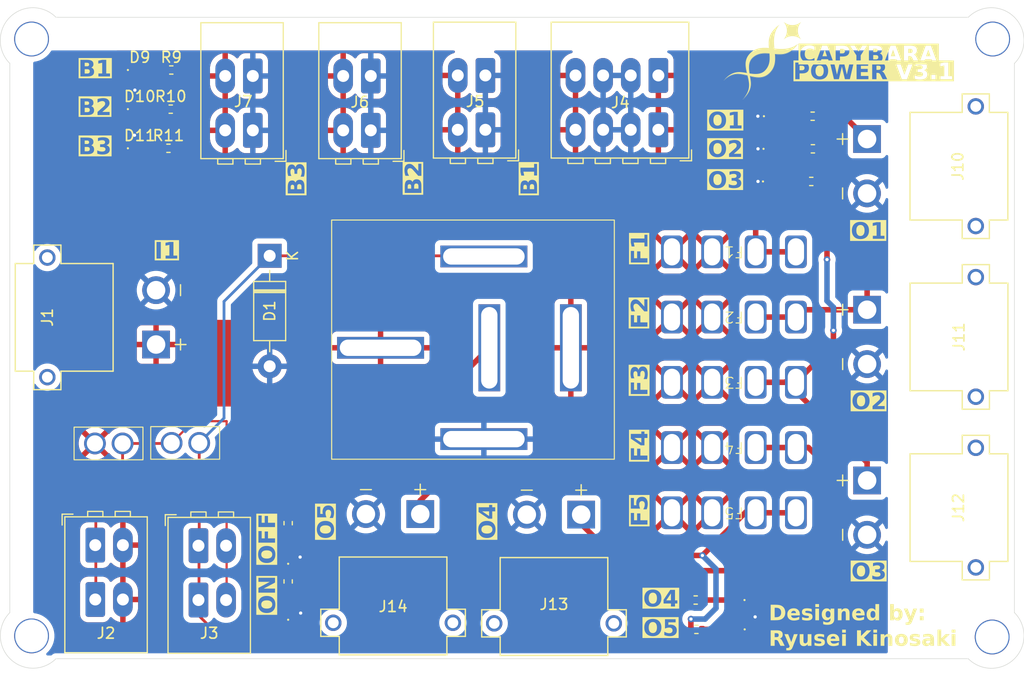
<source format=kicad_pcb>
(kicad_pcb (version 20241229) (generator "pcbnew") (generator_version "9.0")
  (layers (0 "F.Cu" signal) (2 "B.Cu" signal) (13 "F.Paste" user) (15 "B.Paste" user) (5 "F.SilkS" user "F.Silkscreen") (7 "B.SilkS" user "B.Silkscreen") (1 "F.Mask" user) (3 "B.Mask" user) (25 "Edge.Cuts" user))
  (net 0 "")
  (net 1 "GND")
  (net 2 "Net-(D2-A)")
  (net 3 "Net-(D3-A)")
  (net 4 "Net-(D4-A)")
  (net 5 "Net-(D5-A)")
  (net 6 "Net-(D6-A)")
  (net 7 "Net-(D7-A)")
  (net 8 "Net-(D8-A)")
  (net 9 "Net-(D9-A)")
  (net 10 "Net-(D10-A)")
  (net 11 "Net-(D11-A)")
  (net 12 "/VOut1")
  (net 13 "VIn")
  (net 14 "VCC")
  (net 15 "/85")
  (net 16 "/87a")
  (net 17 "Net-(J2-Pad1)")
  (net 18 "/VOut2")
  (net 19 "/VOut3")
  (net 20 "/VOut4")
  (net 21 "/VOut5")
  (net 22 "/VOut")
  (footprint "TerminalBlock_WAGO:TerminalBlock_WAGO_233-502_2x02_P2.54mm" (layer "F.Cu") (at 90.45 50.9 180)
    (property "Reference" "J6" (at 1.01 2.6 0) (layer "F.SilkS"))
    (property "Value" "~")
    (pad "1" thru_hole roundrect (at 0 0 180) (size 1.8 3.2) (drill 1.1) (layers "*.Cu" "*.Mask") (roundrect_rratio 0.1388888889) (net 1 "GND"))
    (pad "1" thru_hole roundrect (at 0 5 180) (size 1.8 3.2) (drill 1.1) (layers "*.Cu" "*.Mask") (roundrect_rratio 0.1388888889) (net 1 "GND"))
    (pad "2" thru_hole oval (at 2.54 0 180) (size 1.8 3.2) (drill 1.1) (layers "*.Cu" "*.Mask") (net 14 "VCC"))
    (pad "2" thru_hole oval (at 2.54 5 180) (size 1.8 3.2) (drill 1.1) (layers "*.Cu" "*.Mask") (net 14 "VCC"))
  )
  (footprint "CapyPower_Footprints:CB-12V" (layer "F.Cu") (at 101.85 81.15)
    (property "Reference" "R1" (hide yes))
    (property "Value" "~")
    (pad "1" thru_hole rect (at -10.5 -10.25) (size 8 2) (drill oval 7.5 1.5) (layers "*.Cu" "*.Mask") (net 13 "VIn"))
    (pad "2" thru_hole rect (at -1 -18.65) (size 8 2) (drill oval 7.5 1.5) (layers "*.Cu" "*.Mask") (net 15 "/85"))
    (pad "3" thru_hole rect (at -1 -1.85) (size 8 2) (drill oval 7.5 1.5) (layers "*.Cu" "*.Mask") (net 1 "GND"))
    (pad "4" thru_hole rect (at -0.5 -10.25 90) (size 8 2) (drill oval 7.5 1.5) (layers "*.Cu" "*.Mask") (net 16 "/87a"))
    (pad "5" thru_hole rect (at 7 -10.25 90) (size 8 2) (drill oval 7.5 1.5) (layers "*.Cu" "*.Mask") (net 14 "VCC"))
  )
  (footprint "LED_SMD:LED_0402_1005Metric" (layer "F.Cu") (at 82.85 89.675 90)
    (property "Reference" "D3" (hide yes))
    (property "Value" "LED")
    (pad "1" smd roundrect (at -0.485 0 90) (size 0.59 0.64) (layers "F.Cu" "F.Mask" "F.Paste") (net 1 "GND"))
    (pad "2" smd roundrect (at 0.485 0 90) (size 0.59 0.64) (layers "F.Cu" "F.Mask" "F.Paste") (net 3 "Net-(D3-A)"))
  )
  (footprint "Resistor_SMD:R_0402_1005Metric" (layer "F.Cu") (at 120.4 96.8 180)
    (property "Reference" "R8" (hide yes))
    (property "Value" "270R")
    (pad "1" smd roundrect (at -0.51 0 180) (size 0.54 0.64) (layers "F.Cu" "F.Mask" "F.Paste") (net 8 "Net-(D8-A)"))
    (pad "2" smd roundrect (at 0.51 0 180) (size 0.54 0.64) (layers "F.Cu" "F.Mask" "F.Paste") (net 21 "/VOut5"))
  )
  (footprint "CapyPower_Footprints:Mini Blade Holder" (layer "F.Cu") (at 125.85 62.075 180)
    (property "Reference" "F1" (at 2 0 180) (layer "F.SilkS") (effects (font (thickness 0.1))))
    (property "Value" "Fuse")
    (pad "1" thru_hole roundrect (at -3.7 0 180) (size 2 3) (drill oval 1.5 2.5) (layers "*.Cu" "*.Mask") (roundrect_rratio 0.1968503937) (net 12 "/VOut1"))
    (pad "2" thru_hole roundrect (at 0 0 180) (size 2 3) (drill oval 1.5 2.5) (layers "*.Cu" "*.Mask") (roundrect_rratio 0.1968503937) (net 12 "/VOut1"))
    (pad "3" thru_hole roundrect (at 4 0 180) (size 2 3) (drill oval 1.5 2.5) (layers "*.Cu" "*.Mask") (roundrect_rratio 0.1968503937) (net 22 "/VOut"))
    (pad "4" thru_hole roundrect (at 7.7 0 180) (size 2 3) (drill oval 1.5 2.5) (layers "*.Cu" "*.Mask") (roundrect_rratio 0.1968503937) (net 22 "/VOut"))
  )
  (footprint "Diode_THT:D_DO-41_SOD81_P10.16mm_Horizontal" (layer "F.Cu") (at 81.15 62.44 -90)
    (property "Reference" "D1" (at 5.08 0 90) (layer "F.SilkS"))
    (property "Value" "1N4007")
    (fp_text user "K" (at 0 -2.1 90) (layer "F.SilkS"))
    (pad "1" thru_hole rect (at 0 0 270) (size 2.2 2.2) (drill 1.1) (layers "*.Cu" "*.Mask") (net 15 "/85"))
    (pad "2" thru_hole oval (at 10.16 0 270) (size 2.2 2.2) (drill 1.1) (layers "*.Cu" "*.Mask") (net 1 "GND"))
  )
  (footprint "CapyPower_Footprints:Mini Blade Holder" (layer "F.Cu") (at 125.85 80.075 180)
    (property "Reference" "F4" (at 2 0 180) (layer "F.SilkS") (effects (font (thickness 0.1))))
    (property "Value" "Fuse")
    (pad "1" thru_hole roundrect (at -3.7 0 180) (size 2 3) (drill oval 1.5 2.5) (layers "*.Cu" "*.Mask") (roundrect_rratio 0.1968503937) (net 20 "/VOut4"))
    (pad "2" thru_hole roundrect (at 0 0 180) (size 2 3) (drill oval 1.5 2.5) (layers "*.Cu" "*.Mask") (roundrect_rratio 0.1968503937) (net 20 "/VOut4"))
    (pad "3" thru_hole roundrect (at 4 0 180) (size 2 3) (drill oval 1.5 2.5) (layers "*.Cu" "*.Mask") (roundrect_rratio 0.1968503937) (net 22 "/VOut"))
    (pad "4" thru_hole roundrect (at 7.7 0 180) (size 2 3) (drill oval 1.5 2.5) (layers "*.Cu" "*.Mask") (roundrect_rratio 0.1968503937) (net 22 "/VOut"))
  )
  (footprint "LED_SMD:LED_0402_1005Metric" (layer "F.Cu") (at 127.6125 55.6)
    (property "Reference" "D6" (hide yes))
    (property "Value" "LED")
    (pad "1" smd roundrect (at -0.485 0) (size 0.59 0.64) (layers "F.Cu" "F.Mask" "F.Paste") (net 1 "GND"))
    (pad "2" smd roundrect (at 0.485 0) (size 0.59 0.64) (layers "F.Cu" "F.Mask" "F.Paste") (net 6 "Net-(D6-A)"))
  )
  (footprint "Resistor_SMD:R_0402_1005Metric" (layer "F.Cu") (at 82.85 92.39 -90)
    (property "Reference" "R2" (hide yes))
    (property "Value" "470R")
    (pad "1" smd roundrect (at -0.51 0 270) (size 0.54 0.64) (layers "F.Cu" "F.Mask" "F.Paste") (net 15 "/85"))
    (pad "2" smd roundrect (at 0.51 0 270) (size 0.54 0.64) (layers "F.Cu" "F.Mask" "F.Paste") (net 2 "Net-(D2-A)"))
  )
  (footprint "Resistor_SMD:R_0402_1005Metric" (layer "F.Cu") (at 130.9625 55.6)
    (property "Reference" "R6" (hide yes))
    (property "Value" "270R")
    (pad "1" smd roundrect (at -0.51 0) (size 0.54 0.64) (layers "F.Cu" "F.Mask" "F.Paste") (net 6 "Net-(D6-A)"))
    (pad "2" smd roundrect (at 0.51 0) (size 0.54 0.64) (layers "F.Cu" "F.Mask" "F.Paste") (net 19 "/VOut3"))
  )
  (footprint "TerminalBlock_WAGO:TerminalBlock_WAGO_233-502_2x02_P2.54mm" (layer "F.Cu") (at 79.6 50.9 180)
    (property "Reference" "J7" (at 0.88 2.65 0) (layer "F.SilkS"))
    (property "Value" "~")
    (pad "1" thru_hole roundrect (at 0 0 180) (size 1.8 3.2) (drill 1.1) (layers "*.Cu" "*.Mask") (roundrect_rratio 0.1388888889) (net 1 "GND"))
    (pad "1" thru_hole roundrect (at 0 5 180) (size 1.8 3.2) (drill 1.1) (layers "*.Cu" "*.Mask") (roundrect_rratio 0.1388888889) (net 1 "GND"))
    (pad "2" thru_hole oval (at 2.54 0 180) (size 1.8 3.2) (drill 1.1) (layers "*.Cu" "*.Mask") (net 14 "VCC"))
    (pad "2" thru_hole oval (at 2.54 5 180) (size 1.8 3.2) (drill 1.1) (layers "*.Cu" "*.Mask") (net 14 "VCC"))
  )
  (footprint "CapyPower_Footprints:AMASS_XT30PW-M" (layer "F.Cu") (at 60.7 68.1 90)
    (property "Reference" "J1" (at 0 0 270) (layer "F.SilkS"))
    (property "Value" "XT30PW-M")
    (pad "N" thru_hole circle (at 2.5 10 90) (size 2.55 2.55) (drill 1.7) (layers "*.Cu" "*.Mask") (net 1 "GND"))
    (pad "P" thru_hole rect (at -2.5 10 90) (size 2.55 2.55) (drill 1.7) (layers "*.Cu" "*.Mask") (net 13 "VIn"))
    (pad "S1" thru_hole circle (at 5.5 0 90) (size 1.508 1.508) (drill 1) (layers "*.Cu" "*.Mask"))
    (pad "S2" thru_hole circle (at -5.5 0 90) (size 1.508 1.508) (drill 1) (layers "*.Cu" "*.Mask"))
  )
  (footprint "LED_SMD:LED_0402_1005Metric" (layer "F.Cu") (at 82.85 94.8225 90)
    (property "Reference" "D2" (hide yes))
    (property "Value" "LED")
    (pad "1" smd roundrect (at -0.485 0 90) (size 0.59 0.64) (layers "F.Cu" "F.Mask" "F.Paste") (net 1 "GND"))
    (pad "2" smd roundrect (at 0.485 0 90) (size 0.59 0.64) (layers "F.Cu" "F.Mask" "F.Paste") (net 2 "Net-(D2-A)"))
  )
  (footprint "CapyPower_Footprints:IPRL_Helix_14mm" (layer "F.Cu") (at 126.45 44.5)
    (property "Reference" "G***" (hide yes))
    (property "Value" "LOGO" (hide yes))
  )
  (footprint "TerminalBlock_WAGO:TerminalBlock_WAGO_233-502_2x02_P2.54mm" (layer "F.Cu") (at 65.11 89.05)
    (property "Reference" "J2" (at 0.99 8.1 0) (layer "F.SilkS"))
    (property "Value" "~")
    (pad "1" thru_hole roundrect (at 0 0) (size 1.8 3.2) (drill 1.1) (layers "*.Cu" "*.Mask") (roundrect_rratio 0.1388888889) (net 17 "Net-(J2-Pad1)"))
    (pad "1" thru_hole roundrect (at 0 5) (size 1.8 3.2) (drill 1.1) (layers "*.Cu" "*.Mask") (roundrect_rratio 0.1388888889) (net 17 "Net-(J2-Pad1)"))
    (pad "2" thru_hole oval (at 2.54 0) (size 1.8 3.2) (drill 1.1) (layers "*.Cu" "*.Mask") (net 13 "VIn"))
    (pad "2" thru_hole oval (at 2.54 5) (size 1.8 3.2) (drill 1.1) (layers "*.Cu" "*.Mask") (net 13 "VIn"))
  )
  (footprint "CapyPower_Footprints:AMASS_XT30PW-M" (layer "F.Cu") (at 146.1 69.9 -90)
    (property "Reference" "J11" (at 0 1.55 90) (layer "F.SilkS"))
    (property "Value" "XT30PW-M")
    (pad "N" thru_hole circle (at 2.5 10 270) (size 2.55 2.55) (drill 1.7) (layers "*.Cu" "*.Mask") (net 1 "GND"))
    (pad "P" thru_hole rect (at -2.5 10 270) (size 2.55 2.55) (drill 1.7) (layers "*.Cu" "*.Mask") (net 18 "/VOut2"))
    (pad "S1" thru_hole circle (at 5.5 0 270) (size 1.508 1.508) (drill 1) (layers "*.Cu" "*.Mask"))
    (pad "S2" thru_hole circle (at -5.5 0 270) (size 1.508 1.508) (drill 1) (layers "*.Cu" "*.Mask"))
  )
  (footprint "LED_SMD:LED_0402_1005Metric" (layer "F.Cu") (at 123.7325 94.1 180)
    (property "Reference" "D7" (hide yes))
    (property "Value" "LED")
    (pad "1" smd roundrect (at -0.485 0 180) (size 0.59 0.64) (layers "F.Cu" "F.Mask" "F.Paste") (net 1 "GND"))
    (pad "2" smd roundrect (at 0.485 0 180) (size 0.59 0.64) (layers "F.Cu" "F.Mask" "F.Paste") (net 7 "Net-(D7-A)"))
  )
  (footprint "LED_SMD:LED_0402_1005Metric" (layer "F.Cu") (at 69.2 45.35)
    (property "Reference" "D9" (at 0 -1.17 0) (layer "F.SilkS"))
    (property "Value" "LED")
    (pad "1" smd roundrect (at -0.485 0) (size 0.59 0.64) (layers "F.Cu" "F.Mask" "F.Paste") (net 1 "GND"))
    (pad "2" smd roundrect (at 0.485 0) (size 0.59 0.64) (layers "F.Cu" "F.Mask" "F.Paste") (net 9 "Net-(D9-A)"))
  )
  (footprint "TerminalBlock_WAGO:TerminalBlock_WAGO_233-502_2x02_P2.54mm" (layer "F.Cu") (at 100.99 50.85 180)
    (property "Reference" "J5" (at 0.94 2.6 0) (layer "F.SilkS"))
    (property "Value" "~")
    (pad "1" thru_hole roundrect (at 0 0 180) (size 1.8 3.2) (drill 1.1) (layers "*.Cu" "*.Mask") (roundrect_rratio 0.1388888889) (net 1 "GND"))
    (pad "1" thru_hole roundrect (at 0 5 180) (size 1.8 3.2) (drill 1.1) (layers "*.Cu" "*.Mask") (roundrect_rratio 0.1388888889) (net 1 "GND"))
    (pad "2" thru_hole oval (at 2.54 0 180) (size 1.8 3.2) (drill 1.1) (layers "*.Cu" "*.Mask") (net 14 "VCC"))
    (pad "2" thru_hole oval (at 2.54 5 180) (size 1.8 3.2) (drill 1.1) (layers "*.Cu" "*.Mask") (net 14 "VCC"))
  )
  (footprint "Resistor_SMD:R_0402_1005Metric" (layer "F.Cu") (at 120.3325 94.1 180)
    (property "Reference" "R7" (hide yes))
    (property "Value" "270R")
    (pad "1" smd roundrect (at -0.51 0 180) (size 0.54 0.64) (layers "F.Cu" "F.Mask" "F.Paste") (net 7 "Net-(D7-A)"))
    (pad "2" smd roundrect (at 0.51 0 180) (size 0.54 0.64) (layers "F.Cu" "F.Mask" "F.Paste") (net 20 "/VOut4"))
  )
  (footprint "Resistor_SMD:R_0402_1005Metric" (layer "F.Cu") (at 82.85 87.03 -90)
    (property "Reference" "R3" (hide yes))
    (property "Value" "600R")
    (pad "1" smd roundrect (at -0.51 0 270) (size 0.54 0.64) (layers "F.Cu" "F.Mask" "F.Paste") (net 16 "/87a"))
    (pad "2" smd roundrect (at 0.51 0 270) (size 0.54 0.64) (layers "F.Cu" "F.Mask" "F.Paste") (net 3 "Net-(D3-A)"))
  )
  (footprint "TerminalBlock_WAGO:TerminalBlock_WAGO_233-502_2x02_P2.54mm" (layer "F.Cu") (at 74.6 89.1)
    (property "Reference" "J3" (at 0.99 8.05 0) (layer "F.SilkS"))
    (property "Value" "~")
    (pad "1" thru_hole roundrect (at 0 0) (size 1.8 3.2) (drill 1.1) (layers "*.Cu" "*.Mask") (roundrect_rratio 0.1388888889) (net 15 "/85"))
    (pad "1" thru_hole roundrect (at 0 5) (size 1.8 3.2) (drill 1.1) (layers "*.Cu" "*.Mask") (roundrect_rratio 0.1388888889) (net 15 "/85"))
    (pad "2" thru_hole oval (at 2.54 0) (size 1.8 3.2) (drill 1.1) (layers "*.Cu" "*.Mask") (net 17 "Net-(J2-Pad1)"))
    (pad "2" thru_hole oval (at 2.54 5) (size 1.8 3.2) (drill 1.1) (layers "*.Cu" "*.Mask") (net 17 "Net-(J2-Pad1)"))
  )
  (footprint "Resistor_SMD:R_0402_1005Metric" (layer "F.Cu") (at 131.1125 52.6)
    (property "Reference" "R5" (hide yes))
    (property "Value" "270R")
    (pad "1" smd roundrect (at -0.51 0) (size 0.54 0.64) (layers "F.Cu" "F.Mask" "F.Paste") (net 5 "Net-(D5-A)"))
    (pad "2" smd roundrect (at 0.51 0) (size 0.54 0.64) (layers "F.Cu" "F.Mask" "F.Paste") (net 18 "/VOut2"))
  )
  (footprint "CapyPower_Footprints:AMASS_XT30PW-M" (layer "F.Cu") (at 92.5 96.19425 180)
    (property "Reference" "J14" (at 0 1.49425 0) (layer "F.SilkS"))
    (property "Value" "XT30PW-M")
    (pad "N" thru_hole circle (at 2.5 10 180) (size 2.55 2.55) (drill 1.7) (layers "*.Cu" "*.Mask") (net 1 "GND"))
    (pad "P" thru_hole rect (at -2.5 10 180) (size 2.55 2.55) (drill 1.7) (layers "*.Cu" "*.Mask") (net 21 "/VOut5"))
    (pad "S1" thru_hole circle (at 5.5 0 180) (size 1.508 1.508) (drill 1) (layers "*.Cu" "*.Mask"))
    (pad "S2" thru_hole circle (at -5.5 0 180) (size 1.508 1.508) (drill 1) (layers "*.Cu" "*.Mask"))
  )
  (footprint "CapyPower_Footprints:MalePin_2.54_2P" (layer "F.Cu") (at 69.54 84.2 90)
    (property "Reference" "T2" (hide yes))
    (property "Value" "~" (hide yes))
    (pad "1" thru_hole circle (at 4.5 -1.92 90) (size 2 2) (drill 1.5) (layers "*.Cu" "*.Mask") (net 17 "Net-(J2-Pad1)"))
    (pad "2" thru_hole circle (at 4.5 -4.46 90) (size 2 2) (drill 1.5) (layers "*.Cu" "*.Mask") (net 13 "VIn"))
  )
  (footprint "LED_SMD:LED_0402_1005Metric" (layer "F.Cu") (at 127.6625 52.6)
    (property "Reference" "D5" (hide yes))
    (property "Value" "LED")
    (pad "1" smd roundrect (at -0.485 0) (size 0.59 0.64) (layers "F.Cu" "F.Mask" "F.Paste") (net 1 "GND"))
    (pad "2" smd roundrect (at 0.485 0) (size 0.59 0.64) (layers "F.Cu" "F.Mask" "F.Paste") (net 5 "Net-(D5-A)"))
  )
  (footprint "LED_SMD:LED_0402_1005Metric" (layer "F.Cu") (at 69.2 52.55)
    (property "Reference" "D11" (at 0 -1.17 0) (layer "F.SilkS"))
    (property "Value" "LED")
    (pad "1" smd roundrect (at -0.485 0) (size 0.59 0.64) (layers "F.Cu" "F.Mask" "F.Paste") (net 1 "GND"))
    (pad "2" smd roundrect (at 0.485 0) (size 0.59 0.64) (layers "F.Cu" "F.Mask" "F.Paste") (net 11 "Net-(D11-A)"))
  )
  (footprint "Resistor_SMD:R_0402_1005Metric" (layer "F.Cu") (at 131.09 49.6 180)
    (property "Reference" "R4" (hide yes))
    (property "Value" "270R")
    (pad "1" smd roundrect (at -0.51 0 180) (size 0.54 0.64) (layers "F.Cu" "F.Mask" "F.Paste") (net 12 "/VOut1"))
    (pad "2" smd roundrect (at 0.51 0 180) (size 0.54 0.64) (layers "F.Cu" "F.Mask" "F.Paste") (net 4 "Net-(D4-A)"))
  )
  (footprint "CapyPower_Footprints:MalePin_2.54_2P" (layer "F.Cu") (at 76.59 84.15 90)
    (property "Reference" "T1" (hide yes))
    (property "Value" "~" (hide yes))
    (pad "1" thru_hole circle (at 4.5 -1.92 90) (size 2 2) (drill 1.5) (layers "*.Cu" "*.Mask") (net 15 "/85"))
    (pad "2" thru_hole circle (at 4.5 -4.46 90) (size 2 2) (drill 1.5) (layers "*.Cu" "*.Mask") (net 17 "Net-(J2-Pad1)"))
  )
  (footprint "CapyPower_Footprints:AMASS_XT30PW-M" (layer "F.Cu") (at 107.3 96.24425 180)
    (property "Reference" "J13" (at 0 1.74425 0) (layer "F.SilkS"))
    (property "Value" "XT30PW-M")
    (pad "N" thru_hole circle (at 2.5 10 180) (size 2.55 2.55) (drill 1.7) (layers "*.Cu" "*.Mask") (net 1 "GND"))
    (pad "P" thru_hole rect (at -2.5 10 180) (size 2.55 2.55) (drill 1.7) (layers "*.Cu" "*.Mask") (net 20 "/VOut4"))
    (pad "S1" thru_hole circle (at 5.5 0 180) (size 1.508 1.508) (drill 1) (layers "*.Cu" "*.Mask"))
    (pad "S2" thru_hole circle (at -5.5 0 180) (size 1.508 1.508) (drill 1) (layers "*.Cu" "*.Mask"))
  )
  (footprint "LED_SMD:LED_0402_1005Metric" (layer "F.Cu") (at 69.2 48.95)
    (property "Reference" "D10" (at 0 -1.17 0) (layer "F.SilkS"))
    (property "Value" "LED")
    (pad "1" smd roundrect (at -0.485 0) (size 0.59 0.64) (layers "F.Cu" "F.Mask" "F.Paste") (net 1 "GND"))
    (pad "2" smd roundrect (at 0.485 0) (size 0.59 0.64) (layers "F.Cu" "F.Mask" "F.Paste") (net 10 "Net-(D10-A)"))
  )
  (footprint "Resistor_SMD:R_0402_1005Metric" (layer "F.Cu") (at 72.05 48.95)
    (property "Reference" "R10" (at 0 -1.17 0) (layer "F.SilkS"))
    (property "Value" "270R")
    (pad "1" smd roundrect (at -0.51 0) (size 0.54 0.64) (layers "F.Cu" "F.Mask" "F.Paste") (net 10 "Net-(D10-A)"))
    (pad "2" smd roundrect (at 0.51 0) (size 0.54 0.64) (layers "F.Cu" "F.Mask" "F.Paste") (net 14 "VCC"))
  )
  (footprint "LED_SMD:LED_0402_1005Metric" (layer "F.Cu") (at 123.75 96.8 180)
    (property "Reference" "D8" (hide yes))
    (property "Value" "LED")
    (pad "1" smd roundrect (at -0.485 0 180) (size 0.59 0.64) (layers "F.Cu" "F.Mask" "F.Paste") (net 1 "GND"))
    (pad "2" smd roundrect (at 0.485 0 180) (size 0.59 0.64) (layers "F.Cu" "F.Mask" "F.Paste") (net 8 "Net-(D8-A)"))
  )
  (footprint "CapyPower_Footprints:Mini Blade Holder" (layer "F.Cu") (at 125.85 68.075 180)
    (property "Reference" "F2" (at 2 0 180) (layer "F.SilkS") (effects (font (thickness 0.1))))
    (property "Value" "Fuse")
    (pad "1" thru_hole roundrect (at -3.7 0 180) (size 2 3) (drill oval 1.5 2.5) (layers "*.Cu" "*.Mask") (roundrect_rratio 0.1968503937) (net 18 "/VOut2"))
    (pad "2" thru_hole roundrect (at 0 0 180) (size 2 3) (drill oval 1.5 2.5) (layers "*.Cu" "*.Mask") (roundrect_rratio 0.1968503937) (net 18 "/VOut2"))
    (pad "3" thru_hole roundrect (at 4 0 180) (size 2 3) (drill oval 1.5 2.5) (layers "*.Cu" "*.Mask") (roundrect_rratio 0.1968503937) (net 22 "/VOut"))
    (pad "4" thru_hole roundrect (at 7.7 0 180) (size 2 3) (drill oval 1.5 2.5) (layers "*.Cu" "*.Mask") (roundrect_rratio 0.1968503937) (net 22 "/VOut"))
  )
  (footprint "CapyPower_Footprints:AMASS_XT30PW-M" (layer "F.Cu") (at 146.09425 54.2 -90)
    (property "Reference" "J10" (at 0 1.65 90) (layer "F.SilkS"))
    (property "Value" "XT30PW-M")
    (pad "N" thru_hole circle (at 2.5 10 270) (size 2.55 2.55) (drill 1.7) (layers "*.Cu" "*.Mask") (net 1 "GND"))
    (pad "P" thru_hole rect (at -2.5 10 270) (size 2.55 2.55) (drill 1.7) (layers "*.Cu" "*.Mask") (net 12 "/VOut1"))
    (pad "S1" thru_hole circle (at 5.5 0 270) (size 1.508 1.508) (drill 1) (layers "*.Cu" "*.Mask"))
    (pad "S2" thru_hole circle (at -5.5 0 270) (size 1.508 1.508) (drill 1) (layers "*.Cu" "*.Mask"))
  )
  (footprint "CapyPower_Footprints:AMASS_XT30PW-M" (layer "F.Cu") (at 146.1 85.6 -90)
    (property "Reference" "J12" (at 0 1.6 90) (layer "F.SilkS"))
    (property "Value" "XT30PW-M")
    (pad "N" thru_hole circle (at 2.5 10 270) (size 2.55 2.55) (drill 1.7) (layers "*.Cu" "*.Mask") (net 1 "GND"))
    (pad "P" thru_hole rect (at -2.5 10 270) (size 2.55 2.55) (drill 1.7) (layers "*.Cu" "*.Mask") (net 19 "/VOut3"))
    (pad "S1" thru_hole circle (at 5.5 0 270) (size 1.508 1.508) (drill 1) (layers "*.Cu" "*.Mask"))
    (pad "S2" thru_hole circle (at -5.5 0 270) (size 1.508 1.508) (drill 1) (layers "*.Cu" "*.Mask"))
  )
  (footprint "Resistor_SMD:R_0402_1005Metric" (layer "F.Cu") (at 71.84 52.55)
    (property "Reference" "R11" (at 0 -1.17 0) (layer "F.SilkS"))
    (property "Value" "270R")
    (pad "1" smd roundrect (at -0.51 0) (size 0.54 0.64) (layers "F.Cu" "F.Mask" "F.Paste") (net 11 "Net-(D11-A)"))
    (pad "2" smd roundrect (at 0.51 0) (size 0.54 0.64) (layers "F.Cu" "F.Mask" "F.Paste") (net 14 "VCC"))
  )
  (footprint "Resistor_SMD:R_0402_1005Metric" (layer "F.Cu") (at 72.1 45.35)
    (property "Reference" "R9" (at 0 -1.17 0) (layer "F.SilkS"))
    (property "Value" "270R")
    (pad "1" smd roundrect (at -0.51 0) (size 0.54 0.64) (layers "F.Cu" "F.Mask" "F.Paste") (net 9 "Net-(D9-A)"))
    (pad "2" smd roundrect (at 0.51 0) (size 0.54 0.64) (layers "F.Cu" "F.Mask" "F.Paste") (net 14 "VCC"))
  )
  (footprint "CapyPower_Footprints:Mini Blade Holder" (layer "F.Cu") (at 125.85 74.075 180)
    (property "Reference" "F3" (at 2 0 180) (layer "F.SilkS") (effects (font (thickness 0.1))))
    (property "Value" "Fuse")
    (pad "1" thru_hole roundrect (at -3.7 0 180) (size 2 3) (drill oval 1.5 2.5) (layers "*.Cu" "*.Mask") (roundrect_rratio 0.1968503937) (net 19 "/VOut3"))
    (pad "2" thru_hole roundrect (at 0 0 180) (size 2 3) (drill oval 1.5 2.5) (layers "*.Cu" "*.Mask") (roundrect_rratio 0.1968503937) (net 19 "/VOut3"))
    (pad "3" thru_hole roundrect (at 4 0 180) (size 2 3) (drill oval 1.5 2.5) (layers "*.Cu" "*.Mask") (roundrect_rratio 0.1968503937) (net 22 "/VOut"))
    (pad "4" thru_hole roundrect (at 7.7 0 180) (size 2 3) (drill oval 1.5 2.5) (layers "*.Cu" "*.Mask") (roundrect_rratio 0.1968503937) (net 22 "/VOut"))
  )
  (footprint "LED_SMD:LED_0402_1005Metric" (layer "F.Cu") (at 127.7 49.6)
    (property "Reference" "D4" (hide yes))
    (property "Value" "LED")
    (pad "1" smd roundrect (at -0.485 0) (size 0.59 0.64) (layers "F.Cu" "F.Mask" "F.Paste") (net 1 "GND"))
    (pad "2" smd roundrect (at 0.485 0) (size 0.59 0.64) (layers "F.Cu" "F.Mask" "F.Paste") (net 4 "Net-(D4-A)"))
  )
  (footprint "CapyPower_Footprints:Mini Blade Holder" (layer "F.Cu") (at 125.85 86.075 180)
    (property "Reference" "F5" (at 2 0 180) (layer "F.SilkS") (effects (font (thickness 0.1))))
    (property "Value" "Fuse")
    (pad "1" thru_hole roundrect (at -3.7 0 180) (size 2 3) (drill oval 1.5 2.5) (layers "*.Cu" "*.Mask") (roundrect_rratio 0.1968503937) (net 21 "/VOut5"))
    (pad "2" thru_hole roundrect (at 0 0 180) (size 2 3) (drill oval 1.5 2.5) (layers "*.Cu" "*.Mask") (roundrect_rratio 0.1968503937) (net 21 "/VOut5"))
    (pad "3" thru_hole roundrect (at 4 0 180) (size 2 3) (drill oval 1.5 2.5) (layers "*.Cu" "*.Mask") (roundrect_rratio 0.1968503937) (net 22 "/VOut"))
    (pad "4" thru_hole roundrect (at 7.7 0 180) (size 2 3) (drill oval 1.5 2.5) (layers "*.Cu" "*.Mask") (roundrect_rratio 0.1968503937) (net 22 "/VOut"))
  )
  (footprint "TerminalBlock_WAGO:TerminalBlock_WAGO_233-504_2x04_P2.54mm" (layer "F.Cu") (at 116.9 50.85 180)
    (property "Reference" "J4" (at 3.5 2.5 0) (layer "F.SilkS"))
    (property "Value" "Conn_01x04")
    (pad "1" thru_hole roundrect (at 0 0 180) (size 1.8 3.2) (drill 1.1) (layers "*.Cu" "*.Mask") (roundrect_rratio 0.1388888889) (net 22 "/VOut"))
    (pad "1" thru_hole roundrect (at 0 5 180) (size 1.8 3.2) (drill 1.1) (layers "*.Cu" "*.Mask") (roundrect_rratio 0.1388888889) (net 22 "/VOut"))
    (pad "2" thru_hole oval (at 2.54 0 180) (size 1.8 3.2) (drill 1.1) (layers "*.Cu" "*.Mask") (net 1 "GND"))
    (pad "2" thru_hole oval (at 2.54 5 180) (size 1.8 3.2) (drill 1.1) (layers "*.Cu" "*.Mask") (net 1 "GND"))
    (pad "3" thru_hole oval (at 5.08 0 180) (size 1.8 3.2) (drill 1.1) (layers "*.Cu" "*.Mask") (net 1 "GND"))
    (pad "3" thru_hole oval (at 5.08 5 180) (size 1.8 3.2) (drill 1.1) (layers "*.Cu" "*.Mask") (net 1 "GND"))
    (pad "4" thru_hole oval (at 7.62 0 180) (size 1.8 3.2) (drill 1.1) (layers "*.Cu" "*.Mask") (net 14 "VCC"))
    (pad "4" thru_hole oval (at 7.62 5 180) (size 1.8 3.2) (drill 1.1) (layers "*.Cu" "*.Mask") (net 14 "VCC"))
  )
  (gr_arc (start 57.25 44.74264) (mid 57.25 40.5) (end 61.49264 40.5) (stroke (width 0.05)) (layer "Edge.Cuts"))
  (gr_line (start 149.65 44.74264) (end 149.65 95.25736) (stroke (width 0.05)) (layer "Edge.Cuts"))
  (gr_arc (start 149.65 95.25736) (mid 149.65 99.5) (end 145.40736 99.5) (stroke (width 0.05)) (layer "Edge.Cuts"))
  (gr_arc (start 61.49264 99.5) (mid 57.25 99.5) (end 57.25 95.25736) (stroke (width 0.05)) (layer "Edge.Cuts"))
  (gr_arc (start 145.40736 40.5) (mid 149.65 40.5) (end 149.65 44.74264) (stroke (width 0.05)) (layer "Edge.Cuts"))
  (gr_line (start 145.40736 99.5) (end 61.49264 99.5) (stroke (width 0.05)) (layer "Edge.Cuts"))
  (gr_line (start 145.40736 40.5) (end 61.49264 40.5) (stroke (width 0.05)) (layer "Edge.Cuts"))
  (gr_line (start 57.25 44.74264) (end 57.25 95.25736) (stroke (width 0.05)) (layer "Edge.Cuts"))
  (gr_text "B1" (at 106 56.9 90) (layer "F.SilkS" knockout) (effects (font (size 1.5 1.5) (thickness 0.3) (bold yes)) (justify left bottom)))
  (gr_text "O2\n" (at 121.45 53.6 0) (layer "F.SilkS" knockout) (effects (font (size 1.5 1.5) (thickness 0.3) (bold yes)) (justify left bottom)))
  (gr_text "O1\n\n" (at 134.59425 63.65 0) (layer "F.SilkS" knockout) (effects (font (size 1.5 1.5) (thickness 0.3) (bold yes)) (justify left bottom)))
  (gr_text "O2\n" (at 134.65 76.8 0) (layer "F.SilkS" knockout) (effects (font (size 1.5 1.5) (thickness 0.3) (bold yes)) (justify left bottom)))
  (gr_text "O4" (at 115.5 94.95 0) (layer "F.SilkS" knockout) (effects (font (size 1.5 1.5) (thickness 0.3) (bold yes)) (justify left bottom)))
  (gr_text "F2" (at 116.15 69.15 90) (layer "F.SilkS" knockout) (effects (font (size 1.5 1.5) (thickness 0.3) (bold yes)) (justify left bottom)))
  (gr_text "Designed by:\nRyusei Kinosaki" (at 127.05 98.55 0) (layer "F.SilkS") (effects (font (size 1.4 1.4) (thickness 0.3) (bold yes)) (justify left bottom)))
  (gr_text "F3" (at 116.15 75.35 90) (layer "F.SilkS" knockout) (effects (font (size 1.5 1.5) (thickness 0.3) (bold yes)) (justify left bottom)))
  (gr_text "CAPYBARA" (at 129.85 44.9 0) (layer "F.SilkS" knockout) (effects (font (size 1.5 1.5) (thickness 0.3) (bold yes)) (justify left bottom)))
  (gr_text "O5\n" (at 115.5 97.65 0) (layer "F.SilkS" knockout) (effects (font (size 1.5 1.5) (thickness 0.3) (bold yes)) (justify left bottom)))
  (gr_text "O3\n" (at 134.65 92.45 0) (layer "F.SilkS" knockout) (effects (font (size 1.5 1.5) (thickness 0.3) (bold yes)) (justify left bottom)))
  (gr_text "POWER V3.1" (at 129.3 46.45 0) (layer "F.SilkS" knockout) (effects (font (size 1.5 1.5) (thickness 0.3) (bold yes)) (justify left bottom)))
  (gr_text "B1" (at 63.55 46.2 0) (layer "F.SilkS" knockout) (effects (font (size 1.5 1.5) (thickness 0.3) (bold yes)) (justify left bottom)))
  (gr_text "F1" (at 116.15 63.25 90) (layer "F.SilkS" knockout) (effects (font (size 1.5 1.5) (thickness 0.3) (bold yes)) (justify left bottom)))
  (gr_text "OFF" (at 81.9 90.8 90) (layer "F.SilkS" knockout) (effects (font (size 1.5 1.5) (thickness 0.3) (bold yes)) (justify left bottom)))
  (gr_text "B2" (at 63.55 49.75 0) (layer "F.SilkS" knockout) (effects (font (size 1.5 1.5) (thickness 0.3) (bold yes)) (justify left bottom)))
  (gr_text "F5" (at 116.15 87.35 90) (layer "F.SilkS" knockout) (effects (font (size 1.5 1.5) (thickness 0.3) (bold yes)) (justify left bottom)))
  (gr_text "B3" (at 84.6 56.9 90) (layer "F.SilkS" knockout) (effects (font (size 1.5 1.5) (thickness 0.3) (bold yes)) (justify left bottom)))
  (gr_text "ON" (at 81.9 95.4 90) (layer "F.SilkS" knockout) (effects (font (size 1.5 1.5) (thickness 0.3) (bold yes)) (justify left bottom)))
  (gr_text "O3\n" (at 121.45 56.45 0) (layer "F.SilkS" knockout) (effects (font (size 1.5 1.5) (thickness 0.3) (bold yes)) (justify left bottom)))
  (gr_text "O1\n\n" (at 121.45 53.5 0) (layer "F.SilkS" knockout) (effects (font (size 1.5 1.5) (thickness 0.3) (bold yes)) (justify left bottom)))
  (gr_text "B2" (at 95.36 56.85 90) (layer "F.SilkS" knockout) (effects (font (size 1.5 1.5) (thickness 0.3) (bold yes)) (justify left bottom)))
  (gr_text "O4" (at 102.15 88.5 90) (layer "F.SilkS" knockout) (effects (font (size 1.5 1.5) (thickness 0.3) (bold yes)) (justify left bottom)))
  (gr_text "O5\n" (at 87.3 88.5 90) (layer "F.SilkS" knockout) (effects (font (size 1.5 1.5) (thickness 0.3) (bold yes)) (justify left bottom)))
  (gr_text "F4" (at 116.15 81.4 90) (layer "F.SilkS" knockout) (effects (font (size 1.5 1.5) (thickness 0.3) (bold yes)) (justify left bottom)))
  (gr_text "I1" (at 70.55 62.95 0) (layer "F.SilkS" knockout) (effects (font (size 1.5 1.5) (thickness 0.3) (bold yes)) (justify left bottom)))
  (gr_text "B3" (at 63.55 53.35 0) (layer "F.SilkS" knockout) (effects (font (size 1.5 1.5) (thickness 0.3) (bold yes)) (justify left bottom)))
  (via (at 147.6 97.5) (size 3.2) (drill 3) (layers "F.Cu" "B.Cu") (net 0))
  (via (at 147.65 42.5) (size 3.2) (drill 3) (layers "F.Cu" "B.Cu") (net 0))
  (via (at 59.25 97.4) (size 3.2) (drill 3) (layers "F.Cu" "B.Cu") (net 0))
  (via (at 59.25 42.5) (size 3.2) (drill 3) (layers "F.Cu" "B.Cu") (net 0))
  (segment (start 68.765 45.669999) (end 68.765 45.35) (width 0.254) (layer "F.Cu") (net 1))
  (segment (start 82.85 95.3075) (end 83.9925 95.3075) (width 0.254) (layer "F.Cu") (net 1))
  (segment (start 125.8 96.35) (end 125.3 96.85) (width 0.254) (layer "F.Cu") (net 1))
  (segment (start 126.0625 52.6) (end 127.1775 52.6) (width 0.508) (layer "F.Cu") (net 1))
  (segment (start 125.3 96.85) (end 124.235 96.85) (width 0.254) (layer "F.Cu") (net 1))
  (segment (start 125.15 94.05) (end 124.2175 94.05) (width 0.254) (layer "F.Cu") (net 1))
  (segment (start 68.75 45.684999) (end 68.765 45.669999) (width 0.254) (layer "F.Cu") (net 1))
  (segment (start 83.94 90.16) (end 83.95 90.15) (width 0.2) (layer "F.Cu") (net 1))
  (segment (start 126.0625 55.6) (end 127.1275 55.6) (width 0.508) (layer "F.Cu") (net 1))
  (segment (start 68.75 47.2) (end 68.75 48.915) (width 0.254) (layer "F.Cu") (net 1))
  (segment (start 125.8 95.65) (end 125.8 94.7) (width 0.254) (layer "F.Cu") (net 1))
  (segment (start 125.8 94.7) (end 125.15 94.05) (width 0.254) (layer "F.Cu") (net 1))
  (segment (start 68.75 47.2) (end 68.75 45.684999) (width 0.254) (layer "F.Cu") (net 1))
  (segment (start 68.75 48.915) (end 68.715 48.95) (width 0.254) (layer "F.Cu") (net 1))
  (segment (start 83.9925 95.3075) (end 84 95.3) (width 0.2) (layer "F.Cu") (net 1))
  (segment (start 68.715 48.95) (end 68.715 52.55) (width 0.254) (layer "F.Cu") (net 1))
  (segment (start 82.85 90.16) (end 83.94 90.16) (width 0.254) (layer "F.Cu") (net 1))
  (segment (start 125.8 95.65) (end 125.8 96.35) (width 0.254) (layer "F.Cu") (net 1))
  (via (at 68.715 51.35) (size 0.6) (drill 0.3) (layers "F.Cu" "B.Cu") (net 1))
  (via (at 68.75 47.2) (size 0.6) (drill 0.3) (layers "F.Cu" "B.Cu") (net 1))
  (via (at 126.0625 52.6) (size 0.6) (drill 0.3) (layers "F.Cu" "B.Cu") (net 1))
  (via (at 125.8 95.65) (size 0.6) (drill 0.3) (layers "F.Cu" "B.Cu") (net 1))
  (via (at 126.0625 55.6) (size 0.6) (drill 0.3) (layers "F.Cu" "B.Cu") (net 1))
  (via (at 83.95 90.15) (size 0.6) (drill 0.3) (layers "F.Cu" "B.Cu") (net 1))
  (via (at 126.05 49.6) (size 0.6) (drill 0.3) (layers "F.Cu" "B.Cu") (net 1))
  (via (at 84 95.3) (size 0.6) (drill 0.3) (layers "F.Cu" "B.Cu") (net 1))
  (segment (start 82.85 94.3375) (end 82.85 92.9) (width 0.254) (layer "F.Cu") (net 2))
  (segment (start 82.85 89.19) (end 82.85 87.54) (width 0.254) (layer "F.Cu") (net 3))
  (segment (start 128.1475 52.6) (end 130.6025 52.6) (width 0.508) (layer "F.Cu") (net 5))
  (segment (start 128.0975 55.6) (end 130.4025 55.6) (width 0.508) (layer "F.Cu") (net 6))
  (segment (start 123.1975 94.1) (end 123.2475 94.05) (width 0.508) (layer "F.Cu") (net 7))
  (segment (start 120.8425 94.1) (end 123.1975 94.1) (width 0.508) (layer "F.Cu") (net 7))
  (segment (start 123.215 96.8) (end 123.265 96.85) (width 0.508) (layer "F.Cu") (net 8))
  (segment (start 120.91 96.8) (end 123.215 96.8) (width 0.508) (layer "F.Cu") (net 8))
  (segment (start 71.59 45.35) (end 69.735 45.35) (width 0.254) (layer "F.Cu") (net 9))
  (segment (start 69.685 48.95) (end 71.54 48.95) (width 0.254) (layer "F.Cu") (net 10))
  (segment (start 69.685 52.55) (end 71.33 52.55) (width 0.254) (layer "F.Cu") (net 11))
  (segment (start 130.819999 48.5) (end 131.6 49.280001) (width 0.508) (layer "F.Cu") (net 12))
  (segment (start 125.295 49.912732) (end 125.295 49.287268) (width 0.508) (layer "F.Cu") (net 12))
  (segment (start 136.09425 51.7) (end 133.99425 49.6) (width 0.508) (layer "F.Cu") (net 12))
  (segment (start 131.6 49.280001) (end 131.6 49.6) (width 0.508) (layer "F.Cu") (net 12))
  (segment (start 133.99425 49.6) (end 131.6 49.6) (width 0.508) (layer "F.Cu") (net 12))
  (segment (start 125.3 49.917732) (end 125.295 49.912732) (width 0.508) (layer "F.Cu") (net 12))
  (segment (start 125.85 62.075) (end 125.85 57.4) (width 0.508) (layer "F.Cu") (net 12))
  (segment (start 125.85 62.075) (end 129.55 62.075) (width 0.508) (layer "F.Cu") (net 12))
  (segment (start 125.3 56.85) (end 125.3 49.917732) (width 0.508) (layer "F.Cu") (net 12))
  (segment (start 125.85 57.4) (end 125.3 56.85) (width 0.508) (layer "F.Cu") (net 12))
  (segment (start 125.3 49.282268) (end 125.3 48.5) (width 0.508) (layer "F.Cu") (net 12))
  (segment (start 125.295 49.287268) (end 125.3 49.282268) (width 0.508) (layer "F.Cu") (net 12))
  (segment (start 125.3 48.5) (end 130.819999 48.5) (width 0.508) (layer "F.Cu") (net 12))
  (segment (start 74.67 79.65) (end 74.67 88.23) (width 0.254) (layer "F.Cu") (net 15))
  (segment (start 74.65 95.55) (end 75.8 96.7) (width 0.254) (layer "F.Cu") (net 15))
  (segment (start 81.15 62.44) (end 100.79 62.44) (width 0.254) (layer "F.Cu") (net 15))
  (segment (start 74.67 88.23) (end 74.65 88.25) (width 0.2) (layer "F.Cu") (net 15))
  (segment (start 75.8 96.7) (end 79.45 96.7) (width 0.254) (layer "F.Cu") (net 15))
  (segment (start 80.3 91.45) (end 82.42 91.45) (width 0.254) (layer "F.Cu") (net 15))
  (segment (start 79.7 96.45) (end 79.7 92.05) (width 0.254) (layer "F.Cu") (net 15))
  (segment (start 74.65 88.25) (end 74.65 93.25) (width 0.254) (layer "F.Cu") (net 15))
  (segment (start 79.7 92.05) (end 80.3 91.45) (width 0.254) (layer "F.Cu") (net 15))
  (segment (start 100.79 62.44) (end 100.85 62.5) (width 0.254) (layer "F.Cu") (net 15))
  (segment (start 79.45 96.7) (end 79.7 96.45) (width 0.254) (layer "F.Cu") (net 15))
  (segment (start 74.65 93.25) (end 74.65 95.55) (width 0.254) (layer "F.Cu") (net 15))
  (segment (start 82.42 91.45) (end 82.85 91.88) (width 0.254) (layer "F.Cu") (net 15))
  (segment (start 76.95 66.64) (end 81.15 62.44) (width 0.254) (layer "B.Cu") (net 15))
  (segment (start 74.67 79.65) (end 76.95 77.37) (width 0.254) (layer "B.Cu") (net 15))
  (segment (start 76.95 77.37) (end 76.95 66.64) (width 0.254) (layer "B.Cu") (net 15))
  (segment (start 82.85 83.45) (end 89.45 76.85) (width 0.508) (layer "F.Cu") (net 16))
  (segment (start 95.4 76.85) (end 101.35 70.9) (width 0.508) (layer "F.Cu") (net 16))
  (segment (start 82.85 86.52) (end 82.85 83.45) (width 0.508) (layer "F.Cu") (net 16))
  (segment (start 89.45 76.85) (end 95.4 76.85) (width 0.508) (layer "F.Cu") (net 16))
  (segment (start 72.13 79.65) (end 74.13 77.65) (width 0.2) (layer "F.Cu") (net 17))
  (segment (start 74.13 77.65) (end 77.19 77.65) (width 0.2) (layer "F.Cu") (net 17))
  (segment (start 67.62 83.43) (end 65.16 85.89) (width 0.254) (layer "F.Cu") (net 17))
  (segment (start 65.16 85.89) (end 65.16 88.2) (width 0.254) (layer "F.Cu") (net 17))
  (segment (start 72.08 79.7) (end 72.13 79.65) (width 0.2) (layer "F.Cu") (net 17))
  (segment (start 67.62 79.7) (end 72.08 79.7) (width 0.254) (layer "F.Cu") (net 17))
  (segment (start 77.19 77.65) (end 77.19 88.25) (width 0.2) (layer "F.Cu") (net 17))
  (segment (start 65.16 88.2) (end 65.16 93.2) (width 0.254) (layer "F.Cu") (net 17))
  (segment (start 77.19 93.25) (end 77.19 88.25) (width 0.2) (layer "F.Cu") (net 17))
  (segment (start 67.62 79.7) (end 67.62 83.43) (width 0.254) (layer "F.Cu") (net 17))
  (segment (start 133.25 54.2275) (end 131.6225 52.6) (width 0.508) (layer "F.Cu") (net 18))
  (segment (start 136.1 63.4) (end 133.25 60.55) (width 0.508) (layer "F.Cu") (net 18))
  (segment (start 129.55 68.075) (end 130.225 67.4) (width 0.508) (layer "F.Cu") (net 18))
  (segment (start 136.1 67.4) (end 136.1 63.4) (width 0.508) (layer "F.Cu") (net 18))
  (segment (start 125.85 68.075) (end 129.55 68.075) (width 0.508) (layer "F.Cu") (net 18))
  (segment (start 133.25 60.55) (end 133.25 54.2275) (width 0.508) (layer "F.Cu") (net 18))
  (segment (start 130.225 67.4) (end 136.1 67.4) (width 0.508) (layer "F.Cu") (net 18))
  (segment (start 132.41 62.785) (end 132.45 62.825) (width 0.508) (layer "F.Cu") (net 19))
  (segment (start 133 69.3) (end 133 70.625) (width 0.508) (layer "F.Cu") (net 19))
  (segment (start 132.41 60.01) (end 132.41 62.785) (width 0.508) (layer "F.Cu") (net 19))
  (segment (start 131.5 55.6275) (end 131.5 59.1) (width 0.508) (layer "F.Cu") (net 19))
  (segment (start 131.5 59.1) (end 132.41 60.01) (width 0.508) (layer "F.Cu") (net 19))
  (segment (start 125.85 74.075) (end 129.55 74.075) (width 0.508) (layer "F.Cu") (net 19))
  (segment (start 136.1 81.45) (end 134.05 79.4) (width 0.508) (layer "F.Cu") (net 19))
  (segment (start 136.1 83.1) (end 136.1 81.45) (width 0.508) (layer "F.Cu") (net 19))
  (segment (start 134.05 79.4) (end 128.65 74) (width 0.508) (layer "F.Cu") (net 19))
  (segment (start 131.4725 55.6) (end 131.5 55.6275) (width 0.508) (layer "F.Cu") (net 19))
  (segment (start 133 70.625) (end 129.55 74.075) (width 0.508) (layer "F.Cu") (net 19))
  (via (at 133 69.3) (size 0.6) (drill 0.3) (layers "F.Cu" "B.Cu") (net 19))
  (via (at 132.41 62.785) (size 0.6) (drill 0.3) (layers "F.Cu" "B.Cu") (net 19))
  (segment (start 133 67.175) (end 132.41 66.585) (width 0.508) (layer "B.Cu") (net 19))
  (segment (start 132.41 66.585) (end 132.41 62.785) (width 0.508) (layer "B.Cu") (net 19))
  (segment (start 133 69.3) (end 133 67.175) (width 0.508) (layer "B.Cu") (net 19))
  (segment (start 130.3 91.4) (end 114.1 91.4) (width 0.508) (layer "F.Cu") (net 20))
  (segment (start 116.8 94.1) (end 114.1 91.4) (width 0.508) (layer "F.Cu") (net 20))
  (segment (start 119.8225 94.1) (end 116.8 94.1) (width 0.508) (layer "F.Cu") (net 20))
  (segment (start 130.7 80.075) (end 132.85 82.225) (width 0.508) (layer "F.Cu") (net 20))
  (segment (start 114.1 91.4) (end 109.8 87.1) (width 0.508) (layer "F.Cu") (net 20))
  (segment (start 132.85 82.225) (end 132.85 88.85) (width 0.508) (layer "F.Cu") (net 20))
  (segment (start 109.8 87.1) (end 109.8 86.4) (width 0.508) (layer "F.Cu") (net 20))
  (segment (start 125.85 80.075) (end 129.55 80.075) (width 0.508) (layer "F.Cu") (net 20))
  (segment (start 132.85 88.85) (end 130.3 91.4) (width 0.508) (layer "F.Cu") (net 20))
  (segment (start 129.55 80.075) (end 130.7 80.075) (width 0.508) (layer "F.Cu") (net 20))
  (segment (start 112.25 82.65) (end 97.3 82.65) (width 0.508) (layer "F.Cu") (net 21))
  (segment (start 119.89 96.8) (end 119.89 95.86) (width 0.508) (layer "F.Cu") (net 21))
  (segment (start 113.25 83.65) (end 112.25 82.65) (width 0.508) (layer "F.Cu") (net 21))
  (segment (start 97.3 82.65) (end 95 84.95) (width 0.508) (layer "F.Cu") (net 21))
  (segment (start 113.25 87.6) (end 113.25 83.65) (width 0.508) (layer "F.Cu") (net 21))
  (segment (start 115.65 90) (end 113.25 87.6) (width 0.508) (layer "F.Cu") (net 21))
  (segment (start 119.89 95.86) (end 119.9 95.85) (width 0.508) (layer "F.Cu") (net 21))
  (segment (start 124.95 86) (end 120.95 90) (width 0.508) (layer "F.Cu") (net 21))
  (segment (start 125.85 86.075) (end 129.55 86.075) (width 0.508) (layer "F.Cu") (net 21))
  (segment (start 120.95 90) (end 115.65 90) (width 0.508) (layer "F.Cu") (net 21))
  (segment (start 95 84.95) (end 95 86.55) (width 0.508) (layer "F.Cu") (net 21))
  (via (at 119.9 95.85) (size 0.6) (drill 0.3) (layers "F.Cu" "B.Cu") (net 21))
  (via (at 120.95 90) (size 0.6) (drill 0.3) (layers "F.Cu" "B.Cu") (net 21))
  (segment (start 122.2 91.25) (end 120.95 90) (width 0.508) (layer "B.Cu") (net 21))
  (segment (start 121.2 95.85) (end 122.2 94.85) (width 0.508) (layer "B.Cu") (net 21))
  (segment (start 122.2 94.85) (end 122.2 91.25) (width 0.508) (layer "B.Cu") (net 21))
  (segment (start 119.9 95.85) (end 121.2 95.85) (width 0.508) (layer "B.Cu") (net 21))
  (zone (net 14) (net_name "VCC") (layer "F.Cu") (priority 2) (connect_pads (clearance 0.5)) (min_thickness 0.25) (fill yes (thermal_gap 0.5) (thermal_bridge_width 0.5))
    (polygon (pts (xy 106.75 75.8) (xy 106.75 57.8) (xy 67 57.85) (xy 67 43.55) (xy 112 43.55) (xy 113.1 44.65) (xy 113.1 75.75) (xy 113.05 75.8)))
  )
  (zone (net 22) (net_name "/VOut") (layer "F.Cu") (priority 3) (connect_pads (clearance 0.5)) (min_thickness 0.25) (fill yes (thermal_gap 0.5) (thermal_bridge_width 0.5))
    (polygon (pts (xy 124 88.291198) (xy 115.75 88.349296) (xy 115.75 44.05) (xy 115.7 44.1) (xy 122.65 44.1) (xy 124 45.45)))
  )
  (zone (net 13) (net_name "VIn") (layer "F.Cu") (priority 1) (connect_pads (clearance 0.5)) (min_thickness 0.25) (fill yes (thermal_gap 0.5) (thermal_bridge_width 0.5))
    (polygon (pts (xy 96.85 68.4) (xy 96.85 75.5) (xy 96.05 76.3) (xy 70.1 76.3) (xy 69.65 76.75) (xy 69.65 97.25) (xy 62.6 97.25) (xy 61.4 96.05) (xy 61.4 78.5) (xy 68.5 68.3)))
  )
  (zone (net 1) (net_name "GND") (layer "B.Cu") (connect_pads (clearance 0.5)) (min_thickness 0.25) (fill yes (thermal_gap 0.5) (thermal_bridge_width 0.5))
    (polygon (pts (xy 59.4 43.55) (xy 59.4 99.2) (xy 138 99.2) (xy 138.05 43.55)))
  )
)
</source>
